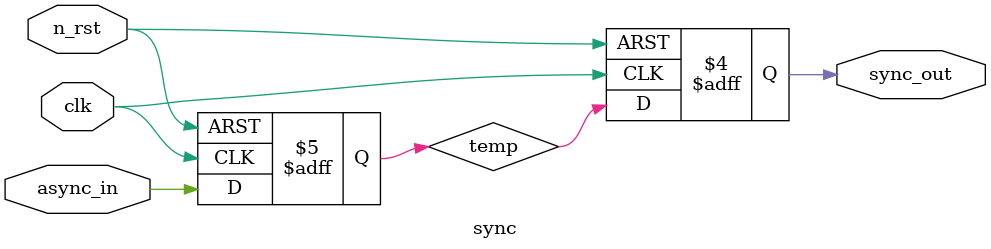
<source format=sv>
module sync
(
	input clk,
	input n_rst,
	input async_in,
	output reg sync_out
);
  
  reg temp = 0;
  
  always @ (posedge clk, negedge n_rst)
  begin //[: sync]
    if(n_rst == 1'b0)
    begin
      temp <= 1'b0;
      sync_out <= 1'b0;
    end
    else
    begin
      temp <= async_in;
      sync_out <= temp;			//Is here correct?
    end
  end
	
	  
endmodule

/*
Sync Results:
Mapped Results:
Total Score: 2.00/2.00
Score breakdown by test case:
 Results for all test cases not completelly satisfied:


Tb_Sync Results:
Source Results:
 Total Score: 1.5000/2.0000
  All missed/failed test cases will now be reported below:
  Basic Case 4: Setup violation with value of '1' not exercised by test bench
  Basic Case 5: Hold violation with value of '0' not exercised by test bench

*/
</source>
